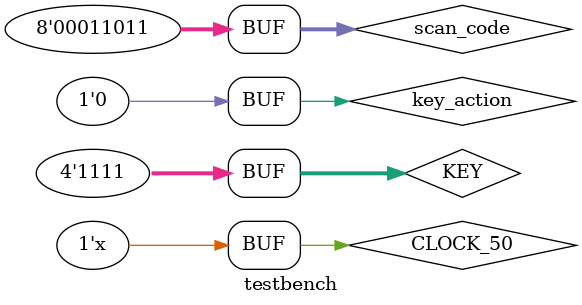
<source format=v>
`timescale 1ns / 1ns
`default_nettype none

module testbench ( );

	parameter CLOCK_PERIOD = 20;

    reg CLOCK_50 = 0;
	reg [9:0] SW;
    reg [3:0] KEY;
    wire [0:6] HEX5, HEX4, HEX3, HEX2, HEX1, HEX0;
	wire [9:0] LEDR;

    reg key_action = 0;
    reg [7:0] scan_code = 0;
    wire [2:0] ps2_lock_control;
    wire ps2_clk;
    wire ps2_dat;

	initial begin
        CLOCK_50 <= 1'b0;
	end // initial
	always @ (*)
	begin : Clock_Generator
		#((CLOCK_PERIOD) / 2) CLOCK_50 <= ~CLOCK_50;
	end

	initial begin
		KEY <= 4'hF; key_action <= 1'b0; scan_code <= 8'h00;
		#20 KEY[0] <= 1'b0; // reset
		#20 KEY[0] <= 1'b1; // done reset
		#20 key_action <= 1'b1; scan_code = 8'h1b;      // PS/2 keyboard s key
        #20 key_action <= 1'b0;
		#80 key_action <= 1'b1; scan_code = 8'hF0;      // PS/2 keyboard release
        #20 key_action <= 1'b0;
		#80 key_action <= 1'b1; scan_code = 8'h1b;      // PS/2 keyboard s key
		#20 key_action <= 1'b0;
	end // initial

	PS2_keyboard U1 (CLOCK_50, KEY[0], key_action, scan_code, ps2_clk, ps2_dat);

endmodule

</source>
